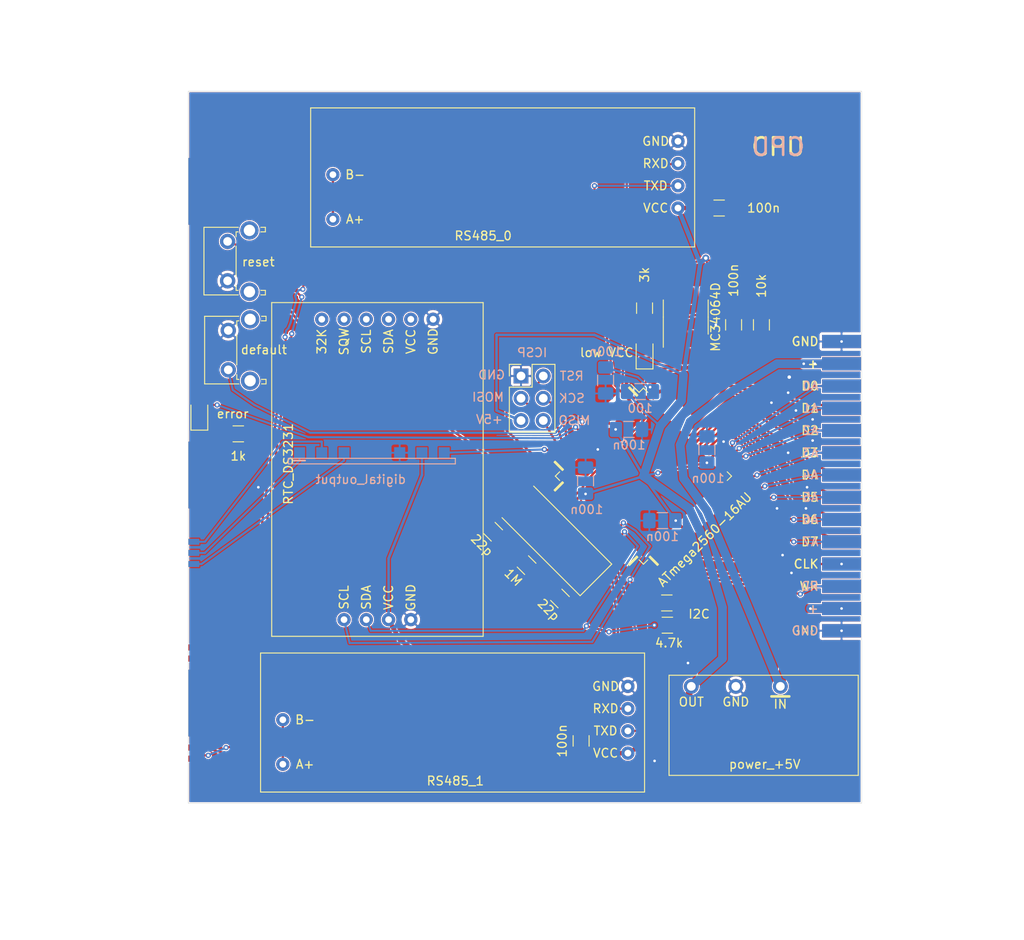
<source format=kicad_pcb>
(kicad_pcb (version 20171130) (host pcbnew 5.1.5+dfsg1-2build2)
  (title_block (title "CPU board"))
  (layers (0 F.Cu signal) (31 B.Cu signal) (34 B.Paste user) (35 F.Paste user) (36 B.SilkS user) (37 F.SilkS user) (38 B.Mask user) (39 F.Mask user) (44 Edge.Cuts user))
  (net 0 "")
  (net 1 GND)
  (net 2 +5V)
  (net 3 WR)
  (net 4 RD)
  (net 5 CLK)
  (net 6 D7)
  (net 7 D6)
  (net 8 D5)
  (net 9 D4)
  (net 10 D3)
  (net 11 D2)
  (net 12 D1)
  (net 13 D0)
  (net 14 A2)
  (net 15 A7)
  (net 16 A6)
  (net 17 A5)
  (net 18 A4)
  (net 19 A3)
  (net 20 A1)
  (net 21 A0)
  (net 22 "Net-(U1-Pad98)")
  (net 23 "Net-(U1-Pad97)")
  (net 24 "Net-(U1-Pad96)")
  (net 25 "Net-(U1-Pad95)")
  (net 26 "Net-(U1-Pad94)")
  (net 27 "Net-(U1-Pad93)")
  (net 28 "Net-(U1-Pad92)")
  (net 29 "Net-(U1-Pad91)")
  (net 30 "Net-(U1-Pad90)")
  (net 31 "Net-(U1-Pad79)")
  (net 32 "Net-(U1-Pad70)")
  (net 33 "Net-(U1-Pad69)")
  (net 34 "Net-(U1-Pad68)")
  (net 35 "Net-(U1-Pad67)")
  (net 36 "Net-(U1-Pad66)")
  (net 37 "Net-(U1-Pad65)")
  (net 38 "Net-(U1-Pad64)")
  (net 39 "Net-(U1-Pad63)")
  (net 40 "Net-(U1-Pad60)")
  (net 41 "Net-(U1-Pad59)")
  (net 42 "Net-(U1-Pad58)")
  (net 43 "Net-(U1-Pad57)")
  (net 44 "Net-(U1-Pad56)")
  (net 45 "Net-(U1-Pad52)")
  (net 46 "Net-(U1-Pad51)")
  (net 47 "Net-(U1-Pad50)")
  (net 48 "Net-(U1-Pad49)")
  (net 49 "Net-(U1-Pad48)")
  (net 50 "Net-(U1-Pad47)")
  (net 51 TX1)
  (net 52 RX1)
  (net 53 "Net-(U1-Pad42)")
  (net 54 "Net-(U1-Pad41)")
  (net 55 "Net-(U1-Pad40)")
  (net 56 "Net-(U1-Pad39)")
  (net 57 "Net-(U1-Pad38)")
  (net 58 "Net-(U1-Pad37)")
  (net 59 "Net-(U1-Pad36)")
  (net 60 "Net-(U1-Pad35)")
  (net 61 XTAL1)
  (net 62 XTAL2)
  (net 63 RST)
  (net 64 "Net-(U1-Pad29)")
  (net 65 "Net-(U1-Pad28)")
  (net 66 "Net-(U1-Pad27)")
  (net 67 "Net-(U1-Pad26)")
  (net 68 "Net-(U1-Pad25)")
  (net 69 "Net-(U1-Pad24)")
  (net 70 MISO)
  (net 71 MOSI)
  (net 72 SCK)
  (net 73 "Net-(U1-Pad19)")
  (net 74 "Net-(U1-Pad18)")
  (net 75 "Net-(U1-Pad17)")
  (net 76 "Net-(U1-Pad14)")
  (net 77 "Net-(U1-Pad13)")
  (net 78 "Net-(U1-Pad12)")
  (net 79 "Net-(U1-Pad9)")
  (net 80 "Net-(U1-Pad8)")
  (net 81 "Net-(U1-Pad7)")
  (net 82 "Net-(U1-Pad6)")
  (net 83 "Net-(U1-Pad5)")
  (net 84 "Net-(U1-Pad4)")
  (net 85 TX0)
  (net 86 RX0)
  (net 87 "Net-(U1-Pad1)")
  (net 88 ERROR)
  (net 89 "Net-(D2-Pad2)")
  (net 90 DEFAULT)
  (net 91 "Net-(U4-Pad8)")
  (net 92 "Net-(U4-Pad7)")
  (net 93 "Net-(U4-Pad6)")
  (net 94 "Net-(U4-Pad5)")
  (net 95 "Net-(U4-Pad3)")
  (net 96 SDA)
  (net 97 SCL)
  (net 98 AVCC)
  (net 99 "Net-(D1-Pad1)")
  (net 100 READY)
  (net 101 "Net-(J14-Pad9)")
  (net 102 "Net-(J14-Pad8)")
  (net 103 "Net-(J14-Pad7)")
  (net 104 "Net-(J14-Pad6)")
  (net 105 "Net-(J14-Pad5)")
  (net 106 VMOUT)
  (net 107 READY_O)
  (net 108 VPOUT)
  (net 109 B0-)
  (net 110 A0+)
  (net 111 B1-)
  (net 112 A1+)
  (net 113 VP)
  (module plc88:bus_im (layer F.Cu) (at 106.299 90.805)
    (fp_text reference J1 hide)
    (fp_text value bus hide)
    (fp_text user WR (at -2.54 27.94) (layer F.SilkS) (effects (justify right)))
    (fp_text user RD (at -2.54 27.94) (layer B.SilkS) (effects (justify left mirror)))
    (fp_text user GND (at -2.54 0) (layer F.SilkS) (effects (justify right)))
    (fp_text user + (at -2.54 2.54) (layer F.SilkS) (effects (justify right)))
    (fp_text user GND (at -2.54 33.02) (layer B.SilkS) (effects (justify left mirror)))
    (fp_text user + (at -2.54 30.48) (layer B.SilkS) (effects (justify left mirror)))
    (fp_text user CLK (at -2.54 25.4) (layer F.SilkS) (effects (justify right)))
    (fp_text user A7 (at -2.54 22.86) (layer B.SilkS) (effects (justify left mirror)))
    (fp_text user A6 (at -2.54 20.32) (layer B.SilkS) (effects (justify left mirror)))
    (fp_text user A5 (at -2.54 17.78) (layer B.SilkS) (effects (justify left mirror)))
    (fp_text user A4 (at -2.54 15.24) (layer B.SilkS) (effects (justify left mirror)))
    (fp_text user A3 (at -2.54 12.7) (layer B.SilkS) (effects (justify left mirror)))
    (fp_text user A2 (at -2.54 10.16) (layer B.SilkS) (effects (justify left mirror)))
    (fp_text user A1 (at -2.54 7.62) (layer B.SilkS) (effects (justify left mirror)))
    (fp_text user A0 (at -2.54 5.08) (layer B.SilkS) (effects (justify left mirror)))
    (fp_text user D7 (at -2.54 22.86) (layer F.SilkS) (effects (justify right)))
    (fp_text user CLK (at -2.54 25.4) (layer F.SilkS) (effects (justify right)))
    (fp_text user + (at -2.54 30.48) (layer F.SilkS) (effects (justify right)))
    (fp_text user GND (at -2.54 33.02) (layer F.SilkS) (effects (justify right)))
    (fp_text user D6 (at -2.54 20.32) (layer F.SilkS) (effects (justify right)))
    (fp_text user D5 (at -2.54 17.78) (layer F.SilkS) (effects (justify right)))
    (fp_text user D4 (at -2.54 15.24) (layer F.SilkS) (effects (justify right)))
    (fp_text user D3 (at -2.54 12.7) (layer F.SilkS) (effects (justify right)))
    (fp_text user D2 (at -2.54 10.16) (layer F.SilkS) (effects (justify right)))
    (fp_text user D1 (at -2.54 7.62) (layer F.SilkS) (effects (justify right)))
    (fp_text user D0 (at -2.54 5.08) (layer F.SilkS) (effects (justify right)))
    (fp_text user + (at -2.54 2.54) (layer F.SilkS) (effects (justify right)))
    (fp_text user GND (at -2.54 0) (layer F.SilkS) (effects (justify right)))
    (fp_text user + (at -2.54 2.54) (layer F.SilkS) (effects (justify right)))
    (pad 24 smd rect (at 0 27.94) (size 4.445 1.524) (layers F.Cu F.Paste F.Mask) (net 3 WR))
    (pad 23 smd rect (at 0 27.94) (size 4.445 1.524) (layers B.Cu B.Paste B.Mask) (net 4 RD))
    (pad 28 smd rect (at 0 33.02) (size 4.445 1.524) (layers F.Cu F.Paste F.Mask) (net 1 GND))
    (pad 26 smd rect (at 0 30.48) (size 4.445 1.524) (layers F.Cu F.Paste F.Mask) (net 113 VP))
    (pad 22 smd rect (at 0 25.4) (size 4.445 1.524) (layers F.Cu F.Paste F.Mask) (net 5 CLK))
    (pad 20 smd rect (at 0 22.86) (size 4.445 1.524) (layers F.Cu F.Paste F.Mask) (net 6 D7))
    (pad 18 smd rect (at 0 20.32) (size 4.445 1.524) (layers F.Cu F.Paste F.Mask) (net 7 D6))
    (pad 16 smd rect (at 0 17.78) (size 4.445 1.524) (layers F.Cu F.Paste F.Mask) (net 8 D5))
    (pad 14 smd rect (at 0 15.24) (size 4.445 1.524) (layers F.Cu F.Paste F.Mask) (net 9 D4))
    (pad 12 smd rect (at 0 12.7) (size 4.445 1.524) (layers F.Cu F.Paste F.Mask) (net 10 D3))
    (pad 10 smd rect (at 0 10.16) (size 4.445 1.524) (layers F.Cu F.Paste F.Mask) (net 11 D2))
    (pad 8 smd rect (at 0 7.62) (size 4.445 1.524) (layers F.Cu F.Paste F.Mask) (net 12 D1))
    (pad 6 smd rect (at 0 5.08) (size 4.445 1.524) (layers F.Cu F.Paste F.Mask) (net 13 D0))
    (pad 4 smd rect (at 0 2.54) (size 4.445 1.524) (layers F.Cu F.Paste F.Mask) (net 113 VP))
    (pad 2 smd rect (at 0 0) (size 4.445 1.524) (layers F.Cu F.Paste F.Mask) (net 1 GND))
    (pad 9 smd rect (at 0 10.16) (size 4.445 1.524) (layers B.Cu B.Paste B.Mask) (net 14 A2))
    (pad 27 smd rect (at 0 33.02) (size 4.445 1.524) (layers B.Cu B.Paste B.Mask) (net 1 GND))
    (pad 25 smd rect (at 0 30.48) (size 4.445 1.524) (layers B.Cu B.Paste B.Mask) (net 113 VP))
    (pad 21 smd rect (at 0 25.4) (size 4.445 1.524) (layers B.Cu B.Paste B.Mask) (net 5 CLK))
    (pad 19 smd rect (at 0 22.86) (size 4.445 1.524) (layers B.Cu B.Paste B.Mask) (net 15 A7))
    (pad 17 smd rect (at 0 20.32) (size 4.445 1.524) (layers B.Cu B.Paste B.Mask) (net 16 A6))
    (pad 15 smd rect (at 0 17.78) (size 4.445 1.524) (layers B.Cu B.Paste B.Mask) (net 17 A5))
    (pad 13 smd rect (at 0 15.24) (size 4.445 1.524) (layers B.Cu B.Paste B.Mask) (net 18 A4))
    (pad 11 smd rect (at 0 12.7) (size 4.445 1.524) (layers B.Cu B.Paste B.Mask) (net 19 A3))
    (pad 7 smd rect (at 0 7.62) (size 4.445 1.524) (layers B.Cu B.Paste B.Mask) (net 20 A1))
    (pad 5 smd rect (at 0 5.08) (size 4.445 1.524) (layers B.Cu B.Paste B.Mask) (net 21 A0))
    (pad 3 smd rect (at 0 2.54) (size 4.445 1.524) (layers B.Cu B.Paste B.Mask) (net 113 VP))
    (pad 1 smd rect (at 0 0) (size 4.445 1.524) (layers B.Cu B.Paste B.Mask) (net 1 GND))
  )
  (module plc88:power_i (layer F.Cu) (at 105.664 140.335 180)
    (fp_text reference J5)
    (fp_text value power_+5V (at 8.128 1.27) (layer F.SilkS))
    (fp_text user IN (at 6.35 8.128) (layer F.SilkS))
    (fp_text user GND (at 11.43 8.382) (layer F.SilkS))
    (fp_text user OUT (at 16.51 8.382) (layer F.SilkS))
    (pad 3 thru_hole circle (at 11.43 10.16 180) (size 1.7 1.7) (drill 1) (layers *.Cu *.Mask) (net 1 GND))
    (pad 2 thru_hole circle (at 16.51 10.16 180) (size 1.7 1.7) (drill 1) (layers *.Cu *.Mask) (net 2 +5V))
    (pad 1 thru_hole circle (at 6.35 10.16 180) (size 1.7 1.7) (drill 1) (layers *.Cu *.Mask) (net 113 VP))
  )
  (module plc88:dio_channel_i (layer B.Cu) (at 51.435 106.045)
    (fp_text reference J4 hide)
    (fp_text value digital_output (at 0 0.5) (layer B.SilkS) (effects (justify mirror)))
    (pad 4 smd rect (at 4.445 -2.54) (size 1.27 1.27) (layers B.Cu B.Paste B.Mask) (net 1 GND))
    (pad 6 smd rect (at 9.525 -2.54) (size 1.27 1.27) (layers B.Cu B.Paste B.Mask) (net 100 READY))
    (pad 5 smd rect (at 6.985 -2.54) (size 1.27 1.27) (layers B.Cu B.Paste B.Mask) (net 2 +5V))
    (pad 3 smd rect (at -1.905 -2.54) (size 1.27 1.27) (layers B.Cu B.Paste B.Mask) (net 106 VMOUT))
    (pad 2 smd rect (at -4.445 -2.54) (size 1.27 1.27) (layers B.Cu B.Paste B.Mask) (net 108 VPOUT))
    (pad 1 smd rect (at -6.985 -2.54) (size 1.27 1.27) (layers B.Cu B.Paste B.Mask) (net 107 READY_O))
  )
  (module plc88:fm_cpu_im (layer F.Cu) (at 34.925 74.295)
    (fp_text reference J3 hide)
    (fp_text value fm_cpu_i hide)
    (pad 3 smd rect (at -2.54 41.91) (size 1.27 0.7) (layers B.Cu B.Paste B.Mask) (net 106 VMOUT))
    (pad 1 smd rect (at -2.54 39.37) (size 1.27 0.7) (layers B.Cu B.Paste B.Mask) (net 108 VPOUT))
    (pad 6 smd rect (at -2.54 62.865) (size 1.27 0.7) (layers F.Cu F.Paste F.Mask) (net 112 A1+))
    (pad 7 smd rect (at -2.54 64.135) (size 1.27 0.7) (layers F.Cu F.Paste F.Mask) (net 111 B1-))
    (pad 8 smd rect (at -2.54 31.75) (size 1.27 7.62) (layers F.Cu F.Paste F.Mask) (net 1 GND))
    (pad 8 smd rect (at -2.54 57.785) (size 1.27 7.62) (layers F.Cu F.Paste F.Mask) (net 1 GND))
    (pad 8 smd rect (at -2.54 -0.635) (size 1.27 7.62) (layers F.Cu F.Paste F.Mask) (net 1 GND))
    (pad 8 smd rect (at -2.54 57.785) (size 1.27 7.62) (layers B.Cu B.Paste B.Mask) (net 1 GND))
    (pad 8 smd rect (at -2.54 31.75) (size 1.27 7.62) (layers B.Cu B.Paste B.Mask) (net 1 GND))
    (pad 8 smd rect (at -2.54 -0.635) (size 1.27 7.62) (layers B.Cu B.Paste B.Mask) (net 1 GND))
    (pad 5 smd rect (at -2.54 52.705) (size 1.27 0.7) (layers F.Cu F.Paste F.Mask) (net 109 B0-))
    (pad 2 smd rect (at -2.54 40.64) (size 1.27 0.7) (layers B.Cu B.Paste B.Mask) (net 107 READY_O))
    (pad 4 smd rect (at -2.54 51.435) (size 1.27 0.7) (layers F.Cu F.Paste F.Mask) (net 110 A0+))
  )
  (module plc88:rs485_i (layer F.Cu) (at 66.675 125.095)
    (fp_text reference J11 hide)
    (fp_text value RS485_1 (at -4.445 15.875) (layer F.SilkS))
    (fp_text user GND (at 12.7 5.08) (layer F.SilkS))
    (fp_text user RXD (at 12.7 7.62) (layer F.SilkS))
    (fp_text user TXD (at 12.7 10.16) (layer F.SilkS))
    (fp_text user VCC (at 12.7 12.7) (layer F.SilkS))
    (fp_text user A+ (at -21.59 13.97) (layer F.SilkS))
    (fp_text user B- (at -21.59 8.89) (layer F.SilkS))
    (pad 6 thru_hole circle (at -24.13 8.89) (size 1.524 1.524) (drill 0.762) (layers *.Cu *.Mask) (net 111 B1-))
    (pad 5 thru_hole circle (at -24.13 13.97) (size 1.524 1.524) (drill 0.762) (layers *.Cu *.Mask) (net 112 A1+))
    (pad 4 thru_hole circle (at 15.24 5.08) (size 1.524 1.524) (drill 0.762) (layers *.Cu *.Mask) (net 1 GND))
    (pad 3 thru_hole circle (at 15.24 7.62) (size 1.524 1.524) (drill 0.762) (layers *.Cu *.Mask) (net 52 RX1))
    (pad 2 thru_hole circle (at 15.24 10.16) (size 1.524 1.524) (drill 0.762) (layers *.Cu *.Mask) (net 51 TX1))
    (pad 1 thru_hole circle (at 15.24 12.7) (size 1.524 1.524) (drill 0.762) (layers *.Cu *.Mask) (net 2 +5V))
  )
  (module plc88:rs485_i (layer F.Cu) (at 72.39 62.865)
    (fp_text reference J10 hide)
    (fp_text value RS485_0 (at -6.985 15.875) (layer F.SilkS))
    (fp_text user GND (at 12.7 5.08) (layer F.SilkS))
    (fp_text user RXD (at 12.7 7.62) (layer F.SilkS))
    (fp_text user TXD (at 12.7 10.16) (layer F.SilkS))
    (fp_text user VCC (at 12.7 12.7) (layer F.SilkS))
    (fp_text user A+ (at -21.59 13.97) (layer F.SilkS))
    (fp_text user B- (at -21.59 8.89) (layer F.SilkS))
    (pad 6 thru_hole circle (at -24.13 8.89) (size 1.524 1.524) (drill 0.762) (layers *.Cu *.Mask) (net 109 B0-))
    (pad 5 thru_hole circle (at -24.13 13.97) (size 1.524 1.524) (drill 0.762) (layers *.Cu *.Mask) (net 110 A0+))
    (pad 4 thru_hole circle (at 15.24 5.08) (size 1.524 1.524) (drill 0.762) (layers *.Cu *.Mask) (net 1 GND))
    (pad 3 thru_hole circle (at 15.24 7.62) (size 1.524 1.524) (drill 0.762) (layers *.Cu *.Mask) (net 86 RX0))
    (pad 2 thru_hole circle (at 15.24 10.16) (size 1.524 1.524) (drill 0.762) (layers *.Cu *.Mask) (net 85 TX0))
    (pad 1 thru_hole circle (at 15.24 12.7) (size 1.524 1.524) (drill 0.762) (layers *.Cu *.Mask) (net 2 +5V))
  )
  (module plc88:rtc_ds3231_i (layer F.Cu) (at 41.91 95.885 90)
    (fp_text reference J14 hide)
    (fp_text value RTC_DS3231 (at -8.89 1.27 270) (layer F.SilkS))
    (fp_text user VCC (at 5.08 15.24 90) (layer F.SilkS))
    (fp_text user GND (at 5.08 17.78 90) (layer F.SilkS))
    (fp_text user SCL (at 5.08 10.16 90) (layer F.SilkS))
    (fp_text user SDA (at 5.08 12.7 90) (layer F.SilkS))
    (fp_text user SQW (at 5.08 7.62 90) (layer F.SilkS))
    (fp_text user 32K (at 5.08 5.08 90) (layer F.SilkS))
    (fp_text user GND (at -24.13 15.24 90) (layer F.SilkS))
    (fp_text user VCC (at -24.13 12.7 90) (layer F.SilkS))
    (fp_text user SDA (at -24.13 10.16 90) (layer F.SilkS))
    (fp_text user SCL (at -24.13 7.62 90) (layer F.SilkS))
    (pad 10 thru_hole circle (at 7.62 17.78 90) (size 1.524 1.524) (drill 0.762) (layers *.Cu *.Mask) (net 1 GND))
    (pad 9 thru_hole circle (at 7.62 15.24 90) (size 1.524 1.524) (drill 0.762) (layers *.Cu *.Mask) (net 101 "Net-(J14-Pad9)"))
    (pad 8 thru_hole circle (at 7.62 12.7 90) (size 1.524 1.524) (drill 0.762) (layers *.Cu *.Mask) (net 102 "Net-(J14-Pad8)"))
    (pad 7 thru_hole circle (at 7.62 10.16 90) (size 1.524 1.524) (drill 0.762) (layers *.Cu *.Mask) (net 103 "Net-(J14-Pad7)"))
    (pad 6 thru_hole circle (at 7.62 7.62 90) (size 1.524 1.524) (drill 0.762) (layers *.Cu *.Mask) (net 104 "Net-(J14-Pad6)"))
    (pad 5 thru_hole circle (at 7.62 5.08 90) (size 1.524 1.524) (drill 0.762) (layers *.Cu *.Mask) (net 105 "Net-(J14-Pad5)"))
    (pad 4 thru_hole circle (at -26.67 15.24 90) (size 1.524 1.524) (drill 0.762) (layers *.Cu *.Mask) (net 1 GND))
    (pad 3 thru_hole circle (at -26.67 12.7 90) (size 1.524 1.524) (drill 0.762) (layers *.Cu *.Mask) (net 2 +5V))
    (pad 2 thru_hole circle (at -26.67 10.16 90) (size 1.524 1.524) (drill 0.762) (layers *.Cu *.Mask) (net 96 SDA))
    (pad 1 thru_hole circle (at -26.67 7.62 90) (size 1.524 1.524) (drill 0.762) (layers *.Cu *.Mask) (net 97 SCL))
  )
  (module Package_QFP:TQFP-100_14x14mm_P0.5mm (layer F.Cu) (at 83.693 106.172 315)
    (fp_text reference U1 hide)
    (fp_text value ATmega2560-16AU (at 10.057887 0.179605 225) (layer F.SilkS))
    (pad 100 smd roundrect (at -6 -7.6625 315) (size 0.3 1.475) (layers F.Cu F.Paste F.Mask) (net 98 AVCC))
    (pad 99 smd roundrect (at -5.5 -7.6625 315) (size 0.3 1.475) (layers F.Cu F.Paste F.Mask) (net 1 GND))
    (pad 89 smd roundrect (at -0.5 -7.6625 315) (size 0.3 1.475) (layers F.Cu F.Paste F.Mask) (net 13 D0))
    (pad 88 smd roundrect (at 0 -7.6625 315) (size 0.3 1.475) (layers F.Cu F.Paste F.Mask) (net 12 D1))
    (pad 87 smd roundrect (at 0.5 -7.6625 315) (size 0.3 1.475) (layers F.Cu F.Paste F.Mask) (net 11 D2))
    (pad 86 smd roundrect (at 1 -7.6625 315) (size 0.3 1.475) (layers F.Cu F.Paste F.Mask) (net 10 D3))
    (pad 85 smd roundrect (at 1.5 -7.6625 315) (size 0.3 1.475) (layers F.Cu F.Paste F.Mask) (net 9 D4))
    (pad 84 smd roundrect (at 2 -7.6625 315) (size 0.3 1.475) (layers F.Cu F.Paste F.Mask) (net 8 D5))
    (pad 83 smd roundrect (at 2.5 -7.6625 315) (size 0.3 1.475) (layers F.Cu F.Paste F.Mask) (net 7 D6))
    (pad 82 smd roundrect (at 3 -7.6625 315) (size 0.3 1.475) (layers F.Cu F.Paste F.Mask) (net 6 D7))
    (pad 81 smd roundrect (at 3.5 -7.6625 315) (size 0.3 1.475) (layers F.Cu F.Paste F.Mask) (net 1 GND))
    (pad 80 smd roundrect (at 4 -7.6625 315) (size 0.3 1.475) (layers F.Cu F.Paste F.Mask) (net 2 +5V))
    (pad 78 smd roundrect (at 5 -7.6625 315) (size 0.3 1.475) (layers F.Cu F.Paste F.Mask) (net 21 A0))
    (pad 77 smd roundrect (at 5.5 -7.6625 315) (size 0.3 1.475) (layers F.Cu F.Paste F.Mask) (net 20 A1))
    (pad 76 smd roundrect (at 6 -7.6625 315) (size 0.3 1.475) (layers F.Cu F.Paste F.Mask) (net 14 A2))
    (pad 75 smd roundrect (at 7.6625 -6 315) (size 1.475 0.3) (layers F.Cu F.Paste F.Mask) (net 19 A3))
    (pad 74 smd roundrect (at 7.6625 -5.5 315) (size 1.475 0.3) (layers F.Cu F.Paste F.Mask) (net 18 A4))
    (pad 73 smd roundrect (at 7.6625 -5 315) (size 1.475 0.3) (layers F.Cu F.Paste F.Mask) (net 17 A5))
    (pad 72 smd roundrect (at 7.6625 -4.5 315) (size 1.475 0.3) (layers F.Cu F.Paste F.Mask) (net 16 A6))
    (pad 71 smd roundrect (at 7.6625 -4 315) (size 1.475 0.3) (layers F.Cu F.Paste F.Mask) (net 15 A7))
    (pad 62 smd roundrect (at 7.6625 0.5 315) (size 1.475 0.3) (layers F.Cu F.Paste F.Mask) (net 1 GND))
    (pad 61 smd roundrect (at 7.6625 1 315) (size 1.475 0.3) (layers F.Cu F.Paste F.Mask) (net 2 +5V))
    (pad 55 smd roundrect (at 7.6625 4 315) (size 1.475 0.3) (layers F.Cu F.Paste F.Mask) (net 5 CLK))
    (pad 54 smd roundrect (at 7.6625 4.5 315) (size 1.475 0.3) (layers F.Cu F.Paste F.Mask) (net 3 WR))
    (pad 53 smd roundrect (at 7.6625 5 315) (size 1.475 0.3) (layers F.Cu F.Paste F.Mask) (net 4 RD))
    (pad 51 smd roundrect (at 7.6625 6 315) (size 1.475 0.3) (layers F.SilkS) (net 46 "Net-(U1-Pad51)"))
    (pad 50 smd roundrect (at 6 7.6625 315) (size 0.3 1.475) (layers F.SilkS) (net 47 "Net-(U1-Pad50)"))
    (pad 46 smd roundrect (at 4 7.6625 315) (size 0.3 1.475) (layers F.Cu F.Paste F.Mask) (net 51 TX1))
    (pad 45 smd roundrect (at 3.5 7.6625 315) (size 0.3 1.475) (layers F.Cu F.Paste F.Mask) (net 52 RX1))
    (pad 44 smd roundrect (at 3 7.6625 315) (size 0.3 1.475) (layers F.Cu F.Paste F.Mask) (net 96 SDA))
    (pad 43 smd roundrect (at 2.5 7.6625 315) (size 0.3 1.475) (layers F.Cu F.Paste F.Mask) (net 97 SCL))
    (pad 34 smd roundrect (at -2 7.6625 315) (size 0.3 1.475) (layers F.Cu F.Paste F.Mask) (net 61 XTAL1))
    (pad 33 smd roundrect (at -2.5 7.6625 315) (size 0.3 1.475) (layers F.Cu F.Paste F.Mask) (net 62 XTAL2))
    (pad 32 smd roundrect (at -3 7.6625 315) (size 0.3 1.475) (layers F.Cu F.Paste F.Mask) (net 1 GND))
    (pad 31 smd roundrect (at -3.5 7.6625 315) (size 0.3 1.475) (layers F.Cu F.Paste F.Mask) (net 2 +5V))
    (pad 30 smd roundrect (at -4 7.6625 315) (size 0.3 1.475) (layers F.Cu F.Paste F.Mask) (net 63 RST))
    (pad 26 smd roundrect (at -6 7.6625 315) (size 0.3 1.475) (layers F.SilkS) (net 67 "Net-(U1-Pad26)"))
    (pad 25 smd roundrect (at -7.6625 6 315) (size 1.475 0.3) (layers F.SilkS) (net 68 "Net-(U1-Pad25)"))
    (pad 23 smd roundrect (at -7.6625 5 315) (size 1.475 0.3) (layers F.Cu F.Paste F.Mask) (net 100 READY))
    (pad 22 smd roundrect (at -7.6625 4.5 315) (size 1.475 0.3) (layers F.Cu F.Paste F.Mask) (net 70 MISO))
    (pad 21 smd roundrect (at -7.6625 4 315) (size 1.475 0.3) (layers F.Cu F.Paste F.Mask) (net 71 MOSI))
    (pad 20 smd roundrect (at -7.6625 3.5 315) (size 1.475 0.3) (layers F.Cu F.Paste F.Mask) (net 72 SCK))
    (pad 16 smd roundrect (at -7.6625 1.5 315) (size 1.475 0.3) (layers F.Cu F.Paste F.Mask) (net 88 ERROR))
    (pad 15 smd roundrect (at -7.6625 1 315) (size 1.475 0.3) (layers F.Cu F.Paste F.Mask) (net 90 DEFAULT))
    (pad 11 smd roundrect (at -7.6625 -1 315) (size 1.475 0.3) (layers F.Cu F.Paste F.Mask) (net 1 GND))
    (pad 10 smd roundrect (at -7.6625 -1.5 315) (size 1.475 0.3) (layers F.Cu F.Paste F.Mask) (net 2 +5V))
    (pad 3 smd roundrect (at -7.6625 -5 315) (size 1.475 0.3) (layers F.Cu F.Paste F.Mask) (net 85 TX0))
    (pad 2 smd roundrect (at -7.6625 -5.5 315) (size 1.475 0.3) (layers F.Cu F.Paste F.Mask) (net 86 RX0))
    (pad 1 smd roundrect (at -7.6625 -6 315) (size 1.475 0.3) (layers F.SilkS) (net 87 "Net-(U1-Pad1)"))
  )
  (module Resistor_SMD:R_1206_3216Metric_Pad1.42x1.75mm_HandSolder (layer F.Cu) (at 86.4235 123.19)
    (fp_text reference R7 hide)
    (fp_text value 4.7k hide)
    (pad 2 smd roundrect (at 1.4875 0) (size 1.425 1.75) (layers F.Cu F.Paste F.Mask) (roundrect_rratio 0.175439) (net 2 +5V))
    (pad 1 smd roundrect (at -1.4875 0) (size 1.425 1.75) (layers F.Cu F.Paste F.Mask) (roundrect_rratio 0.175439) (net 96 SDA))
  )
  (module Resistor_SMD:R_1206_3216Metric_Pad1.42x1.75mm_HandSolder (layer F.Cu) (at 86.36 120.65)
    (fp_text reference R6 hide)
    (fp_text value 4.7k (at 0.254 4.572) (layer F.SilkS))
    (pad 2 smd roundrect (at 1.4875 0) (size 1.425 1.75) (layers F.Cu F.Paste F.Mask) (roundrect_rratio 0.175439) (net 2 +5V))
    (pad 1 smd roundrect (at -1.4875 0) (size 1.425 1.75) (layers F.Cu F.Paste F.Mask) (roundrect_rratio 0.175439) (net 97 SCL))
  )
  (module Resistor_SMD:R_1206_3216Metric_Pad1.42x1.75mm_HandSolder (layer B.Cu) (at 83.312 96.52 180)
    (fp_text reference R5 hide)
    (fp_text value 100 (at 0 -1.905) (layer B.SilkS) (effects (justify mirror)))
    (pad 2 smd roundrect (at 1.4875 0 180) (size 1.425 1.75) (layers B.Cu B.Paste B.Mask) (roundrect_rratio 0.175439) (net 2 +5V))
    (pad 1 smd roundrect (at -1.4875 0 180) (size 1.425 1.75) (layers B.Cu B.Paste B.Mask) (roundrect_rratio 0.175439) (net 98 AVCC))
  )
  (module Capacitor_SMD:C_1206_3216Metric_Pad1.42x1.75mm_HandSolder (layer B.Cu) (at 79.375 95.25 90)
    (fp_text reference C10 hide)
    (fp_text value 100n (at 3.302 0 180) (layer B.SilkS) (effects (justify mirror)))
    (pad 2 smd roundrect (at 1.4875 0 90) (size 1.425 1.75) (layers B.Cu B.Paste B.Mask) (roundrect_rratio 0.175439) (net 98 AVCC))
    (pad 1 smd roundrect (at -1.4875 0 90) (size 1.425 1.75) (layers B.Cu B.Paste B.Mask) (roundrect_rratio 0.175439) (net 1 GND))
  )
  (module Package_SO:SOIC-8_3.9x4.9mm_P1.27mm (layer F.Cu) (at 88.519 88.011 90)
    (fp_text reference U4 hide)
    (fp_text value MC34064D (at 0 3.4 90) (layer F.SilkS))
    (pad 8 smd roundrect (at 2.475 -1.905 90) (size 1.95 0.6) (layers F.Cu F.Paste F.Mask) (net 91 "Net-(U4-Pad8)"))
    (pad 7 smd roundrect (at 2.475 -0.635 90) (size 1.95 0.6) (layers F.Cu F.Paste F.Mask) (net 92 "Net-(U4-Pad7)"))
    (pad 6 smd roundrect (at 2.475 0.635 90) (size 1.95 0.6) (layers F.Cu F.Paste F.Mask) (net 93 "Net-(U4-Pad6)"))
    (pad 5 smd roundrect (at 2.475 1.905 90) (size 1.95 0.6) (layers F.Cu F.Paste F.Mask) (net 94 "Net-(U4-Pad5)"))
    (pad 4 smd roundrect (at -2.475 1.905 90) (size 1.95 0.6) (layers F.Cu F.Paste F.Mask) (net 1 GND))
    (pad 3 smd roundrect (at -2.475 0.635 90) (size 1.95 0.6) (layers F.Cu F.Paste F.Mask) (net 95 "Net-(U4-Pad3)"))
    (pad 2 smd roundrect (at -2.475 -0.635 90) (size 1.95 0.6) (layers F.Cu F.Paste F.Mask) (net 2 +5V))
    (pad 1 smd roundrect (at -2.475 -1.905 90) (size 1.95 0.6) (layers F.Cu F.Paste F.Mask) (net 63 RST))
  )
  (module Button_Switch_THT:SW_Tactile_SPST_Angled_PTS645Vx83-2LFS (layer F.Cu) (at 36.245 83.875 90)
    (fp_text reference SW2 hide)
    (fp_text value reset (at 2.159 3.506 180) (layer F.SilkS))
    (pad "" thru_hole circle (at -1.25 2.49 90) (size 2.1 2.1) (drill 1.3) (layers *.Cu *.Mask))
    (pad 1 thru_hole circle (at 0 0 90) (size 1.75 1.75) (drill 0.99) (layers *.Cu *.Mask) (net 1 GND))
    (pad 2 thru_hole circle (at 4.5 0 90) (size 1.75 1.75) (drill 0.99) (layers *.Cu *.Mask) (net 63 RST))
    (pad "" thru_hole circle (at 5.76 2.49 90) (size 2.1 2.1) (drill 1.3) (layers *.Cu *.Mask))
  )
  (module Button_Switch_THT:SW_Tactile_SPST_Angled_PTS645Vx83-2LFS (layer F.Cu) (at 36.322 94.035 90)
    (fp_text reference SW1 hide)
    (fp_text value default (at 2.286 4.064 180) (layer F.SilkS))
    (pad "" thru_hole circle (at -1.25 2.49 90) (size 2.1 2.1) (drill 1.3) (layers *.Cu *.Mask))
    (pad 1 thru_hole circle (at 0 0 90) (size 1.75 1.75) (drill 0.99) (layers *.Cu *.Mask) (net 90 DEFAULT))
    (pad 2 thru_hole circle (at 4.5 0 90) (size 1.75 1.75) (drill 0.99) (layers *.Cu *.Mask) (net 1 GND))
    (pad "" thru_hole circle (at 5.76 2.49 90) (size 2.1 2.1) (drill 1.3) (layers *.Cu *.Mask))
  )
  (module Resistor_SMD:R_1206_3216Metric_Pad1.42x1.75mm_HandSolder (layer F.Cu) (at 97.155 88.9 270)
    (fp_text reference R4 hide)
    (fp_text value 10k (at -4.445 0 90) (layer F.SilkS))
    (pad 2 smd roundrect (at 1.4875 0 270) (size 1.425 1.75) (layers F.Cu F.Paste F.Mask) (roundrect_rratio 0.175439) (net 63 RST))
    (pad 1 smd roundrect (at -1.4875 0 270) (size 1.425 1.75) (layers F.Cu F.Paste F.Mask) (roundrect_rratio 0.175439) (net 2 +5V))
  )
  (module Resistor_SMD:R_1206_3216Metric_Pad1.42x1.75mm_HandSolder (layer F.Cu) (at 83.82 86.995 270)
    (fp_text reference R3 hide)
    (fp_text value 3k (at -3.81 0 90) (layer F.SilkS))
    (pad 2 smd roundrect (at 1.4875 0 270) (size 1.425 1.75) (layers F.Cu F.Paste F.Mask) (roundrect_rratio 0.175439) (net 89 "Net-(D2-Pad2)"))
    (pad 1 smd roundrect (at -1.4875 0 270) (size 1.425 1.75) (layers F.Cu F.Paste F.Mask) (roundrect_rratio 0.175439) (net 2 +5V))
  )
  (module Resistor_SMD:R_1206_3216Metric_Pad1.42x1.75mm_HandSolder (layer F.Cu) (at 37.465 101.346 180)
    (fp_text reference R2 hide)
    (fp_text value 1k (at 0 -2.54) (layer F.SilkS))
    (pad 2 smd roundrect (at 1.4875 0 180) (size 1.425 1.75) (layers F.Cu F.Paste F.Mask) (roundrect_rratio 0.175439) (net 99 "Net-(D1-Pad1)"))
    (pad 1 smd roundrect (at -1.4875 0 180) (size 1.425 1.75) (layers F.Cu F.Paste F.Mask) (roundrect_rratio 0.175439) (net 1 GND))
  )
  (module LED_SMD:LED_0805_2012Metric_Pad1.15x1.40mm_HandSolder (layer F.Cu) (at 83.82 92.075 90)
    (fp_text reference D2 hide)
    (fp_text value "low VCC" (at 0 -4.318 180) (layer F.SilkS))
    (pad 2 smd roundrect (at 1.025 0 90) (size 1.15 1.4) (layers F.Cu F.Paste F.Mask) (roundrect_rratio 0.217391) (net 89 "Net-(D2-Pad2)"))
    (pad 1 smd roundrect (at -1.025 0 90) (size 1.15 1.4) (layers F.Cu F.Paste F.Mask) (roundrect_rratio 0.217391) (net 63 RST))
  )
  (module LED_SMD:LED_0805_2012Metric_Pad1.15x1.40mm_HandSolder (layer F.Cu) (at 33.02 99.06 90)
    (fp_text reference D1 hide)
    (fp_text value error (at 0 3.81 180) (layer F.SilkS))
    (pad 2 smd roundrect (at 1.025 0 90) (size 1.15 1.4) (layers F.Cu F.Paste F.Mask) (roundrect_rratio 0.217391) (net 88 ERROR))
    (pad 1 smd roundrect (at -1.025 0 90) (size 1.15 1.4) (layers F.Cu F.Paste F.Mask) (roundrect_rratio 0.217391) (net 99 "Net-(D1-Pad1)"))
  )
  (module Capacitor_SMD:C_1206_3216Metric_Pad1.42x1.75mm_HandSolder (layer F.Cu) (at 93.98 88.9 270)
    (fp_text reference C9 hide)
    (fp_text value 100n (at -5.08 0 90) (layer F.SilkS))
    (pad 2 smd roundrect (at 1.4875 0 270) (size 1.425 1.75) (layers F.Cu F.Paste F.Mask) (roundrect_rratio 0.175439) (net 63 RST))
    (pad 1 smd roundrect (at -1.4875 0 270) (size 1.425 1.75) (layers F.Cu F.Paste F.Mask) (roundrect_rratio 0.175439) (net 1 GND))
  )
  (module Capacitor_SMD:C_1206_3216Metric_Pad1.42x1.75mm_HandSolder (layer F.Cu) (at 92.329 75.565)
    (fp_text reference C8 hide)
    (fp_text value 100n (at 5.08 0 180) (layer F.SilkS))
    (pad 2 smd roundrect (at 1.4875 0) (size 1.425 1.75) (layers F.Cu F.Paste F.Mask) (roundrect_rratio 0.175439) (net 1 GND))
    (pad 1 smd roundrect (at -1.4875 0) (size 1.425 1.75) (layers F.Cu F.Paste F.Mask) (roundrect_rratio 0.175439) (net 2 +5V))
  )
  (module Capacitor_SMD:C_1206_3216Metric_Pad1.42x1.75mm_HandSolder (layer F.Cu) (at 76.581 136.398 90)
    (fp_text reference C7 hide)
    (fp_text value 100n (at 0 -2.159 90) (layer F.SilkS))
    (pad 2 smd roundrect (at 1.4875 0 90) (size 1.425 1.75) (layers F.Cu F.Paste F.Mask) (roundrect_rratio 0.175439) (net 1 GND))
    (pad 1 smd roundrect (at -1.4875 0 90) (size 1.425 1.75) (layers F.Cu F.Paste F.Mask) (roundrect_rratio 0.175439) (net 2 +5V))
  )
  (module Crystal:Crystal_SMD_HC49-SD (layer F.Cu) (at 73.533 113.284 135)
    (fp_text reference Y1 hide)
    (fp_text value 16M hide)
    (pad 2 smd rect (at 4.25 0 135) (size 4.5 2) (layers F.Cu F.Paste F.Mask) (net 62 XTAL2))
    (pad 1 smd rect (at -4.25 0 135) (size 4.5 2) (layers F.Cu F.Paste F.Mask) (net 61 XTAL1))
  )
  (module Resistor_SMD:R_1206_3216Metric_Pad1.42x1.75mm_HandSolder (layer F.Cu) (at 70.358 116.332 135)
    (fp_text reference R1 hide)
    (fp_text value 1M (at 0.089803 -2.065459 135) (layer F.SilkS))
    (pad 2 smd roundrect (at 1.4875 0 135) (size 1.425 1.75) (layers F.Cu F.Paste F.Mask) (roundrect_rratio 0.175439) (net 62 XTAL2))
    (pad 1 smd roundrect (at -1.4875 0 135) (size 1.425 1.75) (layers F.Cu F.Paste F.Mask) (roundrect_rratio 0.175439) (net 61 XTAL1))
  )
  (module Capacitor_SMD:C_1206_3216Metric_Pad1.42x1.75mm_HandSolder (layer F.Cu) (at 66.548 112.522 135)
    (fp_text reference C6 hide)
    (fp_text value 22p (at -0.179605 -1.975656 135) (layer F.SilkS))
    (pad 2 smd roundrect (at 1.4875 0 135) (size 1.425 1.75) (layers F.Cu F.Paste F.Mask) (roundrect_rratio 0.175439) (net 1 GND))
    (pad 1 smd roundrect (at -1.4875 0 135) (size 1.425 1.75) (layers F.Cu F.Paste F.Mask) (roundrect_rratio 0.175439) (net 62 XTAL2))
  )
  (module Capacitor_SMD:C_1206_3216Metric_Pad1.42x1.75mm_HandSolder (layer F.Cu) (at 74.168 120.142 315)
    (fp_text reference C5 hide)
    (fp_text value 22p (at 0 1.82 135) (layer F.SilkS))
    (pad 2 smd roundrect (at 1.4875 0 315) (size 1.425 1.75) (layers F.Cu F.Paste F.Mask) (roundrect_rratio 0.175439) (net 1 GND))
    (pad 1 smd roundrect (at -1.4875 0 315) (size 1.425 1.75) (layers F.Cu F.Paste F.Mask) (roundrect_rratio 0.175439) (net 61 XTAL1))
  )
  (module Connector_PinHeader_2.54mm:PinHeader_2x03_P2.54mm_Vertical (layer F.Cu) (at 69.723 94.742)
    (fp_text reference J2 hide)
    (fp_text value ICSP (at 1.27 -2.667) (layer B.SilkS) (effects (justify mirror)))
    (pad 6 thru_hole oval (at 2.54 5.08) (size 1.7 1.7) (drill 1) (layers *.Cu *.Mask) (net 70 MISO))
    (pad 5 thru_hole oval (at 0 5.08) (size 1.7 1.7) (drill 1) (layers *.Cu *.Mask) (net 2 +5V))
    (pad 4 thru_hole oval (at 2.54 2.54) (size 1.7 1.7) (drill 1) (layers *.Cu *.Mask) (net 72 SCK))
    (pad 3 thru_hole oval (at 0 2.54) (size 1.7 1.7) (drill 1) (layers *.Cu *.Mask) (net 71 MOSI))
    (pad 2 thru_hole oval (at 2.54 0) (size 1.7 1.7) (drill 1) (layers *.Cu *.Mask) (net 63 RST))
    (pad 1 thru_hole rect (at 0 0) (size 1.7 1.7) (drill 1) (layers *.Cu *.Mask) (net 1 GND))
  )
  (module Capacitor_SMD:C_1206_3216Metric_Pad1.42x1.75mm_HandSolder (layer B.Cu) (at 85.852 111.252 180)
    (fp_text reference C4 hide)
    (fp_text value 100n (at 0 -1.82) (layer B.SilkS) (effects (justify mirror)))
    (pad 2 smd roundrect (at 1.4875 0 180) (size 1.425 1.75) (layers B.Cu B.Paste B.Mask) (roundrect_rratio 0.175439) (net 1 GND))
    (pad 1 smd roundrect (at -1.4875 0 180) (size 1.425 1.75) (layers B.Cu B.Paste B.Mask) (roundrect_rratio 0.175439) (net 2 +5V))
  )
  (module Capacitor_SMD:C_1206_3216Metric_Pad1.42x1.75mm_HandSolder (layer B.Cu) (at 90.932 103.124 90)
    (fp_text reference C3 hide)
    (fp_text value 100n (at -3.302 0.127 180) (layer B.SilkS) (effects (justify mirror)))
    (pad 2 smd roundrect (at 1.4875 0 90) (size 1.425 1.75) (layers B.Cu B.Paste B.Mask) (roundrect_rratio 0.175439) (net 1 GND))
    (pad 1 smd roundrect (at -1.4875 0 90) (size 1.425 1.75) (layers B.Cu B.Paste B.Mask) (roundrect_rratio 0.175439) (net 2 +5V))
  )
  (module Capacitor_SMD:C_1206_3216Metric_Pad1.42x1.75mm_HandSolder (layer B.Cu) (at 77.089 106.68 90)
    (fp_text reference C2 hide)
    (fp_text value 100n (at -3.302 0.127 180) (layer B.SilkS) (effects (justify mirror)))
    (pad 2 smd roundrect (at 1.4875 0 90) (size 1.425 1.75) (layers B.Cu B.Paste B.Mask) (roundrect_rratio 0.175439) (net 1 GND))
    (pad 1 smd roundrect (at -1.4875 0 90) (size 1.425 1.75) (layers B.Cu B.Paste B.Mask) (roundrect_rratio 0.175439) (net 2 +5V))
  )
  (module Capacitor_SMD:C_1206_3216Metric_Pad1.42x1.75mm_HandSolder (layer B.Cu) (at 82.042 100.838)
    (fp_text reference C1 hide)
    (fp_text value 100n (at 0 1.778) (layer B.SilkS) (effects (justify mirror)))
    (pad 2 smd roundrect (at 1.4875 0) (size 1.425 1.75) (layers B.Cu B.Paste B.Mask) (roundrect_rratio 0.175439) (net 1 GND))
    (pad 1 smd roundrect (at -1.4875 0) (size 1.425 1.75) (layers B.Cu B.Paste B.Mask) (roundrect_rratio 0.175439) (net 2 +5V))
  )
  (gr_text CPU (at 99.06 68.58) (layer B.SilkS) (effects (font (size 2 2) (thickness 0.3)) (justify mirror)))
  (gr_text CPU (at 99.06 68.58) (layer F.SilkS) (effects (font (size 2 2) (thickness 0.3))))
  (gr_text I2C (at 90.043 121.92) (layer F.SilkS) (effects (font (size 1 1))))
  (gr_text MISO (at 77.724 99.822) (layer B.SilkS) (effects (font (size 1 1)) (justify left mirror)))
  (gr_text SCK (at 77.089 97.282) (layer B.SilkS) (effects (font (size 1 1)) (justify left mirror)))
  (gr_text RST (at 76.962 94.742) (layer B.SilkS) (effects (font (size 1 1)) (justify left mirror)))
  (gr_text +5V (at 64.493381 99.695) (layer B.SilkS) (effects (font (size 1 1)) (justify right mirror)))
  (gr_text MOSI (at 64.048952 97.155) (layer B.SilkS) (effects (font (size 1 1)) (justify right mirror)))
  (gr_text GND (at 64.747381 94.615) (layer B.SilkS) (effects (font (size 1 1)) (justify right mirror)))
  (gr_line (start 108.585 143.51) (end 108.585 62.23) (layer Edge.Cuts) (width 0.05))
  (gr_line (start 31.75 143.51) (end 108.585 143.51) (layer Edge.Cuts) (width 0.05))
  (gr_line (start 31.75 62.23) (end 31.75 143.51) (layer Edge.Cuts) (width 0.05))
  (gr_line (start 108.585 62.23) (end 31.75 62.23) (layer Edge.Cuts) (width 0.05))
  (via (at 106.299 90.805) (size 0.6) (drill 0.3) (layers F.Cu B.Cu) (net 1))
  (via (at 106.299 123.825) (size 0.6) (drill 0.3) (layers F.Cu B.Cu) (net 1))
  (via (at 99.568 115.189) (size 0.6) (drill 0.3) (layers F.Cu B.Cu) (net 1))
  (via (at 100.203 96.647) (size 0.6) (drill 0.3) (layers F.Cu B.Cu) (net 1))
  (via (at 98.298 97.79) (size 0.6) (drill 0.3) (layers F.Cu B.Cu) (net 1))
  (via (at 100.203 103.505) (size 0.6) (drill 0.3) (layers F.Cu B.Cu) (net 1))
  (via (at 98.933 109.855) (size 0.6) (drill 0.3) (layers F.Cu B.Cu) (net 1))
  (via (at 102.997 102.108) (size 0.6) (drill 0.3) (layers F.Cu B.Cu) (net 1))
  (via (at 102.235 109.855) (size 0.6) (drill 0.3) (layers F.Cu B.Cu) (net 1))
  (via (at 102.362 107.442) (size 0.6) (drill 0.3) (layers F.Cu B.Cu) (net 1))
  (via (at 78.486 103.124) (size 0.6) (drill 0.3) (layers F.Cu B.Cu) (net 1))
  (via (at 101.092 98.679) (size 0.6) (drill 0.3) (layers F.Cu B.Cu) (net 1))
  (via (at 102.997 99.695) (size 0.6) (drill 0.3) (layers F.Cu B.Cu) (net 1))
  (segment (start 76.153474 109.468885) (end 75.184 110.49) (width 0.25) (layer F.Cu) (net 1))
  (segment (start 75.184 110.49) (end 74.676 110.363) (width 0.25) (layer F.Cu) (net 1))
  (segment (start 88.757652 111.943759) (end 89.789 113.03) (width 0.25) (layer F.Cu) (net 1))
  (segment (start 78.981901 100.046688) (end 77.851 98.933) (width 0.25) (layer F.Cu) (net 1))
  (segment (start 85.222118 96.864707) (end 86.233 95.885) (width 0.25) (layer F.Cu) (net 1))
  (segment (start 91.586079 103.228668) (end 92.456 102.362) (width 0.25) (layer F.Cu) (net 1))
  (segment (start 92.456 102.362) (end 92.837 102.235) (width 0.25) (layer F.Cu) (net 1))
  (segment (start 92.837 102.235) (end 92.837 102.235) (width 0.25) (layer F.Cu) (net 1))
  (via (at 92.837 102.235) (size 0.6) (drill 0.3) (layers F.Cu B.Cu) (net 1))
  (via (at 100.584 117.221) (size 0.6) (drill 0.3) (layers F.Cu B.Cu) (net 1))
  (via (at 100.33 94.869) (size 0.8) (drill 0.4) (layers F.Cu B.Cu) (net 1))
  (via (at 88.773 127.508) (size 0.6) (drill 0.3) (layers F.Cu B.Cu) (net 1))
  (via (at 91.948 88.9) (size 0.6) (drill 0.3) (layers F.Cu B.Cu) (net 1))
  (via (at 39.751 107.442) (size 0.6) (drill 0.3) (layers F.Cu B.Cu) (net 1))
  (via (at 84.963 138.684) (size 0.6) (drill 0.3) (layers F.Cu B.Cu) (net 1))
  (segment (start 83.693 106.172) (end 85.598 100.457) (width 1) (layer B.Cu) (net 2))
  (segment (start 88.404099 112.297312) (end 87.376 111.252) (width 0.25) (layer F.Cu) (net 2))
  (segment (start 87.376 111.252) (end 87.376 111.252) (width 0.25) (layer F.Cu) (net 2))
  (via (at 87.376 111.252) (size 0.6) (drill 0.3) (layers F.Cu B.Cu) (net 2))
  (segment (start 91.939633 103.582221) (end 90.932 104.648) (width 0.25) (layer F.Cu) (net 2))
  (segment (start 90.932 104.648) (end 90.932 104.648) (width 0.25) (layer F.Cu) (net 2))
  (segment (start 75.799921 109.115332) (end 76.581 108.331) (width 0.25) (layer F.Cu) (net 2))
  (segment (start 76.581 108.331) (end 77.089 108.204) (width 0.25) (layer F.Cu) (net 2))
  (segment (start 77.089 108.204) (end 77.089 108.204) (width 0.25) (layer F.Cu) (net 2))
  (via (at 77.089 108.204) (size 0.6) (drill 0.3) (layers F.Cu B.Cu) (net 2))
  (segment (start 79.335454 99.693134) (end 80.518 100.838) (width 0.25) (layer F.Cu) (net 2))
  (segment (start 80.518 100.838) (end 80.518 100.838) (width 0.25) (layer F.Cu) (net 2))
  (via (at 80.518 100.838) (size 0.6) (drill 0.3) (layers F.Cu B.Cu) (net 2))
  (segment (start 77.089 108.204) (end 83.693 106.172) (width 0.3) (layer B.Cu) (net 2))
  (segment (start 80.5545 100.838) (end 83.693 106.172) (width 0.3) (layer B.Cu) (net 2))
  (segment (start 83.693 106.172) (end 87.3395 111.252) (width 0.3) (layer B.Cu) (net 2))
  (segment (start 81.8245 96.52) (end 83.439 98.552) (width 0.25) (layer B.Cu) (net 2))
  (segment (start 83.439 98.552) (end 85.598 100.457) (width 0.25) (layer B.Cu) (net 2))
  (segment (start 54.61 122.555) (end 54.61 115.57) (width 0.3) (layer B.Cu) (net 2))
  (segment (start 54.61 115.57) (end 58.42 106.045) (width 0.3) (layer B.Cu) (net 2))
  (segment (start 58.42 106.045) (end 58.42 103.505) (width 0.3) (layer B.Cu) (net 2))
  (segment (start 81.915 137.795) (end 76.581 137.8855) (width 0.5) (layer F.Cu) (net 2))
  (segment (start 86.741 135.001) (end 81.915 137.795) (width 0.5) (layer F.Cu) (net 2))
  (segment (start 89.154 130.175) (end 86.741 135.001) (width 0.5) (layer F.Cu) (net 2))
  (segment (start 87.63 140.97) (end 89.154 130.175) (width 0.5) (layer F.Cu) (net 2))
  (segment (start 77.343 140.97) (end 87.63 140.97) (width 0.5) (layer F.Cu) (net 2))
  (segment (start 55.88 124.841) (end 77.343 140.97) (width 0.5) (layer F.Cu) (net 2))
  (segment (start 54.61 122.555) (end 55.88 124.841) (width 0.5) (layer F.Cu) (net 2))
  (segment (start 89.154 130.175) (end 90.17 127) (width 0.3) (layer F.Cu) (net 2))
  (segment (start 87.8475 120.65) (end 90.17 120.65) (width 0.25) (layer F.Cu) (net 2))
  (segment (start 87.911 123.19) (end 90.17 123.19) (width 0.25) (layer F.Cu) (net 2))
  (segment (start 90.17 123.19) (end 90.17 120.65) (width 0.3) (layer F.Cu) (net 2))
  (segment (start 90.17 127) (end 90.17 123.19) (width 0.3) (layer F.Cu) (net 2))
  (segment (start 90.17 81.915) (end 87.63 75.565) (width 0.5) (layer B.Cu) (net 2))
  (segment (start 90.17 81.915) (end 90.805 81.28) (width 0.5) (layer B.Cu) (net 2))
  (segment (start 90.805 81.28) (end 90.805 81.28) (width 0.5) (layer B.Cu) (net 2))
  (via (at 90.805 81.28) (size 0.8) (drill 0.4) (layers F.Cu B.Cu) (net 2))
  (segment (start 97.155 87.4125) (end 97.155 85.852) (width 0.25) (layer F.Cu) (net 2))
  (segment (start 97.155 85.852) (end 90.805 81.28) (width 0.25) (layer F.Cu) (net 2))
  (segment (start 83.82 85.5075) (end 83.82 83.947) (width 0.25) (layer F.Cu) (net 2))
  (segment (start 83.82 83.947) (end 90.805 81.28) (width 0.25) (layer F.Cu) (net 2))
  (segment (start 87.884 90.486) (end 87.884 88.265) (width 0.25) (layer F.Cu) (net 2))
  (segment (start 87.884 88.265) (end 91.567 87.249) (width 0.25) (layer F.Cu) (net 2))
  (segment (start 91.567 87.249) (end 91.567 84.074) (width 0.25) (layer F.Cu) (net 2))
  (segment (start 91.567 84.074) (end 90.805 81.28) (width 0.25) (layer F.Cu) (net 2))
  (segment (start 90.17 112.522) (end 88.9 109.855) (width 1) (layer B.Cu) (net 2))
  (segment (start 88.9 109.855) (end 83.693 106.172) (width 1) (layer B.Cu) (net 2))
  (segment (start 92.71 121.158) (end 90.17 112.522) (width 1) (layer B.Cu) (net 2))
  (segment (start 92.71 127) (end 92.71 121.158) (width 1) (layer B.Cu) (net 2))
  (segment (start 89.154 130.175) (end 92.71 127) (width 1) (layer B.Cu) (net 2))
  (segment (start 90.932 104.648) (end 90.932 104.648) (width 0.25) (layer F.Cu) (net 2))
  (via (at 90.932 104.648) (size 0.6) (drill 0.3) (layers F.Cu B.Cu) (net 2))
  (segment (start 83.693 106.172) (end 85.344 105.791) (width 0.25) (layer B.Cu) (net 2))
  (segment (start 85.344 105.791) (end 85.344 105.791) (width 0.25) (layer B.Cu) (net 2))
  (via (at 85.344 105.791) (size 0.6) (drill 0.3) (layers F.Cu B.Cu) (net 2))
  (segment (start 85.344 105.791) (end 90.932 104.648) (width 0.25) (layer F.Cu) (net 2))
  (segment (start 89.281 75.565) (end 90.8415 75.565) (width 0.5) (layer F.Cu) (net 2))
  (segment (start 87.63 75.565) (end 89.281 75.565) (width 0.5) (layer F.Cu) (net 2))
  (segment (start 88.028684 97.553684) (end 88.265 94.615) (width 1) (layer B.Cu) (net 2))
  (segment (start 85.598 100.457) (end 88.028684 97.553684) (width 1) (layer B.Cu) (net 2))
  (segment (start 88.265 94.615) (end 90.17 81.915) (width 0.5) (layer B.Cu) (net 2))
  (segment (start 78.105 90.043) (end 88.265 94.615) (width 0.3) (layer B.Cu) (net 2))
  (segment (start 66.929 90.043) (end 78.105 90.043) (width 0.3) (layer B.Cu) (net 2))
  (segment (start 66.929 98.679) (end 66.929 90.043) (width 0.3) (layer B.Cu) (net 2))
  (segment (start 69.723 99.822) (end 66.929 98.679) (width 0.3) (layer B.Cu) (net 2))
  (segment (start 106.299 118.745) (end 102.362 118.745) (width 0.25) (layer F.Cu) (net 3))
  (segment (start 102.362 118.745) (end 87.503 116.332) (width 0.25) (layer F.Cu) (net 3))
  (segment (start 87.503 116.332) (end 85.929225 114.772186) (width 0.25) (layer F.Cu) (net 3))
  (segment (start 106.299 118.745) (end 103.378 118.745) (width 0.25) (layer B.Cu) (net 4))
  (segment (start 103.378 118.745) (end 101.6 119.634) (width 0.25) (layer B.Cu) (net 4))
  (segment (start 101.6 119.634) (end 101.6 119.634) (width 0.25) (layer B.Cu) (net 4))
  (via (at 101.6 119.634) (size 0.6) (drill 0.3) (layers F.Cu B.Cu) (net 4))
  (segment (start 101.6 119.634) (end 87.757 117.221) (width 0.25) (layer F.Cu) (net 4))
  (segment (start 87.757 117.221) (end 85.575672 115.12574) (width 0.25) (layer F.Cu) (net 4))
  (via (at 106.299 116.205) (size 0.6) (drill 0.3) (layers F.Cu B.Cu) (net 5))
  (segment (start 86.282779 114.418633) (end 87.249 115.316) (width 0.25) (layer F.Cu) (net 5))
  (segment (start 87.249 115.316) (end 100.711 116.205) (width 0.25) (layer F.Cu) (net 5))
  (segment (start 100.711 116.205) (end 106.299 116.205) (width 0.25) (layer F.Cu) (net 5))
  (segment (start 103.505 112.522) (end 106.299 113.665) (width 0.25) (layer F.Cu) (net 6))
  (segment (start 93.853 100.711) (end 103.505 112.522) (width 0.25) (layer F.Cu) (net 6))
  (segment (start 92.583 101.6) (end 93.853 100.711) (width 0.25) (layer F.Cu) (net 6))
  (segment (start 91.232526 102.875115) (end 92.583 101.6) (width 0.25) (layer F.Cu) (net 6))
  (segment (start 103.759 110.236) (end 106.299 111.125) (width 0.25) (layer F.Cu) (net 7))
  (segment (start 93.98 99.949) (end 103.759 110.236) (width 0.25) (layer F.Cu) (net 7))
  (segment (start 92.583 100.838) (end 93.98 99.949) (width 0.25) (layer F.Cu) (net 7))
  (segment (start 90.878973 102.521561) (end 92.583 100.838) (width 0.25) (layer F.Cu) (net 7))
  (segment (start 93.98 99.06) (end 103.886 107.696) (width 0.25) (layer F.Cu) (net 8))
  (segment (start 92.583 100.076) (end 93.98 99.06) (width 0.25) (layer F.Cu) (net 8))
  (segment (start 103.886 107.696) (end 106.299 108.585) (width 0.25) (layer F.Cu) (net 8))
  (segment (start 90.525419 102.168008) (end 92.583 100.076) (width 0.25) (layer F.Cu) (net 8))
  (segment (start 93.98 98.298) (end 103.759 105.156) (width 0.25) (layer F.Cu) (net 9))
  (segment (start 92.583 99.441) (end 93.98 98.298) (width 0.25) (layer F.Cu) (net 9))
  (segment (start 103.759 105.156) (end 106.299 106.045) (width 0.25) (layer F.Cu) (net 9))
  (segment (start 90.171866 101.814454) (end 92.583 99.441) (width 0.25) (layer F.Cu) (net 9))
  (segment (start 103.632 103.505) (end 106.299 103.505) (width 0.25) (layer F.Cu) (net 10))
  (segment (start 93.98 97.663) (end 103.632 103.505) (width 0.25) (layer F.Cu) (net 10))
  (segment (start 92.456 98.806) (end 93.98 97.663) (width 0.25) (layer F.Cu) (net 10))
  (segment (start 89.818312 101.460901) (end 92.456 98.806) (width 0.25) (layer F.Cu) (net 10))
  (segment (start 103.759 100.965) (end 106.299 100.965) (width 0.25) (layer F.Cu) (net 11))
  (segment (start 93.853 97.028) (end 103.759 100.965) (width 0.25) (layer F.Cu) (net 11))
  (segment (start 92.329 98.298) (end 93.853 97.028) (width 0.25) (layer F.Cu) (net 11))
  (segment (start 89.464759 101.107348) (end 92.329 98.298) (width 0.25) (layer F.Cu) (net 11))
  (segment (start 93.599 96.393) (end 106.299 98.425) (width 0.25) (layer F.Cu) (net 12))
  (segment (start 92.075 97.79) (end 93.599 96.393) (width 0.25) (layer F.Cu) (net 12))
  (segment (start 89.111206 100.753794) (end 92.075 97.79) (width 0.25) (layer F.Cu) (net 12))
  (segment (start 93.345 95.885) (end 106.299 95.885) (width 0.25) (layer F.Cu) (net 13))
  (segment (start 91.948 97.282) (end 93.345 95.885) (width 0.25) (layer F.Cu) (net 13))
  (segment (start 88.757652 100.400241) (end 91.948 97.282) (width 0.25) (layer F.Cu) (net 13))
  (segment (start 94.488 104.013) (end 95.377 103.886) (width 0.25) (layer F.Cu) (net 14))
  (segment (start 93.353846 104.996435) (end 94.488 104.013) (width 0.25) (layer F.Cu) (net 14))
  (segment (start 95.377 103.886) (end 95.377 103.886) (width 0.25) (layer F.Cu) (net 14))
  (via (at 95.377 103.886) (size 0.6) (drill 0.3) (layers F.Cu B.Cu) (net 14))
  (segment (start 95.377 103.886) (end 103.124 100.965) (width 0.25) (layer B.Cu) (net 14))
  (segment (start 103.124 100.965) (end 106.299 100.965) (width 0.25) (layer B.Cu) (net 14))
  (segment (start 93.472 110.363) (end 100.838 113.665) (width 0.25) (layer F.Cu) (net 15))
  (segment (start 91.939633 108.761779) (end 93.472 110.363) (width 0.25) (layer F.Cu) (net 15))
  (segment (start 100.838 113.665) (end 100.838 113.665) (width 0.25) (layer F.Cu) (net 15))
  (via (at 100.838 113.665) (size 0.6) (drill 0.3) (layers F.Cu B.Cu) (net 15))
  (segment (start 100.838 113.665) (end 106.299 113.665) (width 0.25) (layer B.Cu) (net 15))
  (segment (start 93.726 109.855) (end 100.838 111.125) (width 0.25) (layer F.Cu) (net 16))
  (segment (start 92.293186 108.408225) (end 93.726 109.855) (width 0.25) (layer F.Cu) (net 16))
  (segment (start 100.838 111.125) (end 100.838 111.125) (width 0.25) (layer F.Cu) (net 16))
  (via (at 100.838 111.125) (size 0.6) (drill 0.3) (layers F.Cu B.Cu) (net 16))
  (segment (start 100.838 111.125) (end 106.299 111.125) (width 0.25) (layer B.Cu) (net 16))
  (segment (start 92.64674 108.054672) (end 93.98 109.347) (width 0.25) (layer F.Cu) (net 17))
  (segment (start 93.98 109.347) (end 98.552 108.585) (width 0.25) (layer F.Cu) (net 17))
  (segment (start 98.552 108.585) (end 98.552 108.585) (width 0.25) (layer F.Cu) (net 17))
  (via (at 98.552 108.585) (size 0.6) (drill 0.3) (layers F.Cu B.Cu) (net 17))
  (segment (start 98.552 108.585) (end 106.299 108.585) (width 0.25) (layer B.Cu) (net 17))
  (segment (start 94.107 108.839) (end 97.536 107.315) (width 0.25) (layer F.Cu) (net 18))
  (segment (start 93.000293 107.701118) (end 94.107 108.839) (width 0.25) (layer F.Cu) (net 18))
  (segment (start 97.536 107.315) (end 97.536 107.315) (width 0.25) (layer F.Cu) (net 18))
  (via (at 97.536 107.315) (size 0.6) (drill 0.3) (layers F.Cu B.Cu) (net 18))
  (segment (start 97.536 107.315) (end 103.632 106.045) (width 0.25) (layer B.Cu) (net 18))
  (segment (start 103.632 106.045) (end 106.299 106.045) (width 0.25) (layer B.Cu) (net 18))
  (segment (start 96.139 106.299) (end 96.139 106.299) (width 0.25) (layer F.Cu) (net 19))
  (segment (start 93.353846 107.347565) (end 96.647 106.045) (width 0.25) (layer F.Cu) (net 19))
  (via (at 96.647 106.045) (size 0.6) (drill 0.3) (layers F.Cu B.Cu) (net 19))
  (segment (start 96.647 106.045) (end 103.632 103.505) (width 0.25) (layer B.Cu) (net 19))
  (segment (start 103.632 103.505) (end 106.299 103.505) (width 0.25) (layer B.Cu) (net 19))
  (segment (start 93.000293 104.642882) (end 94.615 102.997) (width 0.25) (layer F.Cu) (net 20))
  (segment (start 94.615 102.997) (end 94.615 102.997) (width 0.25) (layer F.Cu) (net 20))
  (via (at 94.615 102.997) (size 0.6) (drill 0.3) (layers F.Cu B.Cu) (net 20))
  (segment (start 94.615 102.997) (end 103.505 98.425) (width 0.25) (layer B.Cu) (net 20))
  (segment (start 103.505 98.425) (end 106.299 98.425) (width 0.25) (layer B.Cu) (net 20))
  (segment (start 92.64674 104.289328) (end 93.726 103.251) (width 0.25) (layer F.Cu) (net 21))
  (segment (start 93.726 103.251) (end 93.853 102.362) (width 0.25) (layer F.Cu) (net 21))
  (segment (start 93.853 102.362) (end 93.853 102.362) (width 0.25) (layer F.Cu) (net 21))
  (via (at 93.853 102.362) (size 0.6) (drill 0.3) (layers F.Cu B.Cu) (net 21))
  (segment (start 93.853 102.362) (end 103.505 95.885) (width 0.25) (layer B.Cu) (net 21))
  (segment (start 103.505 95.885) (end 106.299 95.885) (width 0.25) (layer B.Cu) (net 21))
  (segment (start 83.185 135.255) (end 81.915 135.255) (width 0.25) (layer F.Cu) (net 51))
  (segment (start 85.344 134.239) (end 83.185 135.255) (width 0.25) (layer F.Cu) (net 51))
  (segment (start 85.344 129.413) (end 85.344 134.239) (width 0.25) (layer F.Cu) (net 51))
  (segment (start 83.058 124.587) (end 85.344 129.413) (width 0.25) (layer F.Cu) (net 51))
  (segment (start 80.264 115.316) (end 83.058 124.587) (width 0.25) (layer F.Cu) (net 51))
  (segment (start 81.103221 114.418633) (end 80.264 115.316) (width 0.25) (layer F.Cu) (net 51))
  (segment (start 80.645 132.715) (end 81.915 132.715) (width 0.25) (layer F.Cu) (net 52))
  (segment (start 78.74 131.953) (end 80.645 132.715) (width 0.25) (layer F.Cu) (net 52))
  (segment (start 78.74 129.413) (end 78.74 131.953) (width 0.25) (layer F.Cu) (net 52))
  (segment (start 80.772 124.46) (end 78.74 129.413) (width 0.25) (layer F.Cu) (net 52))
  (segment (start 80.01 116.967) (end 80.772 123.262868) (width 0.25) (layer F.Cu) (net 52))
  (segment (start 80.772 123.262868) (end 80.772 124.46) (width 0.25) (layer F.Cu) (net 52))
  (segment (start 79.502 115.316) (end 80.01 116.967) (width 0.25) (layer F.Cu) (net 52))
  (segment (start 80.749668 114.065079) (end 79.502 115.316) (width 0.25) (layer F.Cu) (net 52))
  (segment (start 76.538204 116.289204) (end 75.438 111.633) (width 0.25) (layer F.Cu) (net 61))
  (segment (start 75.438 111.633) (end 76.860581 110.175992) (width 0.25) (layer F.Cu) (net 61))
  (segment (start 71.409821 117.383821) (end 73.116179 119.090179) (width 0.25) (layer F.Cu) (net 61))
  (segment (start 73.116179 119.090179) (end 76.538204 116.289204) (width 0.25) (layer F.Cu) (net 61))
  (segment (start 70.527796 110.278796) (end 75.057 111.252) (width 0.25) (layer F.Cu) (net 62))
  (segment (start 75.057 111.252) (end 76.507027 109.822439) (width 0.25) (layer F.Cu) (net 62))
  (segment (start 67.599821 113.573821) (end 69.306179 115.280179) (width 0.25) (layer F.Cu) (net 62))
  (segment (start 67.599821 113.573821) (end 70.527796 110.278796) (width 0.25) (layer F.Cu) (net 62))
  (segment (start 75.446367 108.761779) (end 76.581 107.696) (width 0.25) (layer F.Cu) (net 63))
  (segment (start 72.263 94.742) (end 71.374 96.012) (width 0.25) (layer F.Cu) (net 63))
  (segment (start 71.374 96.012) (end 68.961 96.012) (width 0.25) (layer F.Cu) (net 63))
  (segment (start 68.961 96.012) (end 68.072 97.028) (width 0.25) (layer F.Cu) (net 63))
  (segment (start 68.072 97.028) (end 68.072 100.965) (width 0.25) (layer F.Cu) (net 63))
  (segment (start 68.072 100.965) (end 73.66 106.045) (width 0.25) (layer F.Cu) (net 63))
  (segment (start 73.66 106.045) (end 75.946 106.299) (width 0.25) (layer F.Cu) (net 63))
  (segment (start 75.946 106.299) (end 77.47 106.426) (width 0.25) (layer F.Cu) (net 63))
  (segment (start 76.581 107.696) (end 77.47 106.426) (width 0.25) (layer F.Cu) (net 63))
  (segment (start 68.58 105.537) (end 44.958 89.535) (width 0.25) (layer F.Cu) (net 63))
  (segment (start 73.66 106.045) (end 68.58 105.537) (width 0.25) (layer F.Cu) (net 63))
  (segment (start 44.958 89.535) (end 38.735 80.391) (width 0.25) (layer F.Cu) (net 63))
  (segment (start 38.735 80.391) (end 36.245 79.375) (width 0.25) (layer F.Cu) (net 63))
  (segment (start 85.471 94.361) (end 88.265 93.98) (width 0.25) (layer F.Cu) (net 63))
  (segment (start 83.693 95.631) (end 85.471 94.361) (width 0.25) (layer F.Cu) (net 63))
  (segment (start 83.693 97.79) (end 83.693 95.631) (width 0.25) (layer F.Cu) (net 63))
  (segment (start 83.82 99.695) (end 83.693 97.79) (width 0.25) (layer F.Cu) (net 63))
  (segment (start 77.47 106.426) (end 83.82 99.695) (width 0.25) (layer F.Cu) (net 63))
  (segment (start 83.82 93.1) (end 88.265 93.98) (width 0.25) (layer F.Cu) (net 63))
  (segment (start 92.71 91.44) (end 93.98 90.3875) (width 0.25) (layer F.Cu) (net 63))
  (segment (start 88.265 93.98) (end 92.71 91.44) (width 0.25) (layer F.Cu) (net 63))
  (segment (start 95.758 92.329) (end 88.265 93.98) (width 0.25) (layer F.Cu) (net 63))
  (segment (start 97.155 90.3875) (end 95.758 92.329) (width 0.25) (layer F.Cu) (net 63))
  (segment (start 86.614 91.948) (end 86.614 90.486) (width 0.25) (layer F.Cu) (net 63))
  (segment (start 88.265 93.98) (end 86.614 91.948) (width 0.25) (layer F.Cu) (net 63))
  (segment (start 75.092814 103.935775) (end 74.041 102.87) (width 0.25) (layer F.Cu) (net 70))
  (segment (start 74.041 102.87) (end 72.263 99.822) (width 0.25) (layer F.Cu) (net 70))
  (segment (start 75.446367 103.582221) (end 74.549 102.743) (width 0.25) (layer F.Cu) (net 71))
  (segment (start 74.549 102.743) (end 73.787 100.203) (width 0.25) (layer F.Cu) (net 71))
  (segment (start 73.787 100.203) (end 73.787 98.933) (width 0.25) (layer F.Cu) (net 71))
  (segment (start 73.787 98.933) (end 73.279 98.552) (width 0.25) (layer F.Cu) (net 71))
  (segment (start 73.279 98.552) (end 71.12 98.552) (width 0.25) (layer F.Cu) (net 71))
  (segment (start 71.12 98.552) (end 69.723 97.282) (width 0.25) (layer F.Cu) (net 71))
  (segment (start 74.549 98.679) (end 72.263 97.282) (width 0.25) (layer F.Cu) (net 72))
  (segment (start 74.549 100.33) (end 74.549 98.679) (width 0.25) (layer F.Cu) (net 72))
  (segment (start 74.803 100.711) (end 74.549 100.33) (width 0.25) (layer F.Cu) (net 72))
  (segment (start 74.93 102.362) (end 74.803 100.711) (width 0.25) (layer F.Cu) (net 72))
  (segment (start 75.799921 103.228668) (end 74.93 102.362) (width 0.25) (layer F.Cu) (net 72))
  (segment (start 80.391 95.758) (end 81.810328 97.21826) (width 0.25) (layer F.Cu) (net 85))
  (segment (start 78.105 81.661) (end 80.391 95.758) (width 0.25) (layer F.Cu) (net 85))
  (segment (start 78.105 73.025) (end 78.105 73.025) (width 0.25) (layer F.Cu) (net 85))
  (segment (start 78.105 73.025) (end 78.105 81.661) (width 0.25) (layer F.Cu) (net 85))
  (via (at 78.105 73.025) (size 0.6) (drill 0.3) (layers F.Cu B.Cu) (net 85))
  (segment (start 78.105 73.025) (end 87.63 73.025) (width 0.25) (layer B.Cu) (net 85))
  (segment (start 81.788 82.042) (end 81.788 70.993) (width 0.25) (layer F.Cu) (net 86))
  (segment (start 81.28 96.012) (end 81.788 82.042) (width 0.25) (layer F.Cu) (net 86))
  (segment (start 82.163882 96.864707) (end 81.28 96.012) (width 0.25) (layer F.Cu) (net 86))
  (segment (start 81.788 70.993) (end 87.63 70.485) (width 0.25) (layer F.Cu) (net 86))
  (segment (start 77.214134 101.814454) (end 75.946 100.584) (width 0.25) (layer F.Cu) (net 88))
  (segment (start 75.946 100.584) (end 75.946 100.584) (width 0.25) (layer F.Cu) (net 88))
  (via (at 75.946 100.584) (size 0.6) (drill 0.3) (layers F.Cu B.Cu) (net 88))
  (segment (start 33.02 98.035) (end 35.052 98.044) (width 0.25) (layer F.Cu) (net 88))
  (segment (start 35.052 98.044) (end 35.052 98.044) (width 0.25) (layer F.Cu) (net 88))
  (via (at 35.052 98.044) (size 0.6) (drill 0.3) (layers F.Cu B.Cu) (net 88))
  (segment (start 73.914 101.854) (end 75.946 100.584) (width 0.25) (layer B.Cu) (net 88))
  (segment (start 45.466 101.727) (end 73.914 101.854) (width 0.25) (layer B.Cu) (net 88))
  (segment (start 35.052 98.044) (end 45.466 101.727) (width 0.25) (layer B.Cu) (net 88))
  (segment (start 83.82 91.05) (end 83.82 88.4825) (width 0.25) (layer F.Cu) (net 89))
  (segment (start 77.567688 101.460901) (end 76.708 100.584) (width 0.25) (layer F.Cu) (net 90))
  (segment (start 76.708 100.584) (end 76.708 99.949) (width 0.25) (layer F.Cu) (net 90))
  (segment (start 76.708 99.949) (end 76.708 99.949) (width 0.25) (layer F.Cu) (net 90))
  (via (at 76.708 99.949) (size 0.6) (drill 0.3) (layers F.Cu B.Cu) (net 90))
  (segment (start 39.3065 98.044) (end 36.83 96.3295) (width 0.25) (layer B.Cu) (net 90))
  (segment (start 45.6565 101.219) (end 39.3065 98.044) (width 0.25) (layer B.Cu) (net 90))
  (segment (start 74.676 100.076) (end 73.66 101.219) (width 0.25) (layer B.Cu) (net 90))
  (segment (start 75.819 99.314) (end 74.676 100.076) (width 0.25) (layer B.Cu) (net 90))
  (segment (start 73.66 101.219) (end 45.6565 101.219) (width 0.25) (layer B.Cu) (net 90))
  (segment (start 76.708 99.949) (end 75.819 99.314) (width 0.25) (layer B.Cu) (net 90))
  (segment (start 36.322 94.035) (end 36.83 96.3295) (width 0.25) (layer B.Cu) (net 90))
  (segment (start 81.534 112.522) (end 81.534 112.522) (width 0.25) (layer B.Cu) (net 96))
  (via (at 81.534 112.522) (size 0.6) (drill 0.3) (layers F.Cu B.Cu) (net 96))
  (segment (start 80.396115 113.711526) (end 81.534 112.522) (width 0.25) (layer F.Cu) (net 96))
  (segment (start 83.058 114.173) (end 77.183488 123.284488) (width 0.25) (layer B.Cu) (net 96))
  (segment (start 81.534 112.522) (end 83.058 114.173) (width 0.25) (layer B.Cu) (net 96))
  (via (at 77.183488 123.284488) (size 0.6) (drill 0.3) (layers F.Cu B.Cu) (net 96))
  (segment (start 79.756 123.952) (end 79.756 123.952) (width 0.25) (layer F.Cu) (net 96))
  (via (at 84.936 123.19) (size 0.6) (drill 0.3) (layers F.Cu B.Cu) (net 96))
  (segment (start 79.756 123.952) (end 84.936 123.19) (width 0.25) (layer B.Cu) (net 96))
  (segment (start 77.183488 123.284488) (end 79.756 123.952) (width 0.25) (layer F.Cu) (net 96))
  (via (at 79.756 123.952) (size 0.6) (drill 0.3) (layers F.Cu B.Cu) (net 96))
  (segment (start 52.578 123.825) (end 52.07 122.555) (width 0.25) (layer B.Cu) (net 96))
  (segment (start 76.835 123.825) (end 52.578 123.825) (width 0.25) (layer B.Cu) (net 96))
  (segment (start 77.183488 123.284488) (end 76.835 123.825) (width 0.25) (layer B.Cu) (net 96))
  (segment (start 80.042561 113.357973) (end 80.899 112.522) (width 0.25) (layer F.Cu) (net 97))
  (segment (start 80.899 112.522) (end 80.772 112.141) (width 0.25) (layer F.Cu) (net 97))
  (segment (start 80.772 112.141) (end 81.407 111.506) (width 0.25) (layer F.Cu) (net 97))
  (segment (start 81.407 111.506) (end 81.407 111.506) (width 0.25) (layer F.Cu) (net 97))
  (segment (start 81.407 111.506) (end 81.407 111.506) (width 0.25) (layer F.Cu) (net 97))
  (via (at 81.407 111.506) (size 0.6) (drill 0.3) (layers F.Cu B.Cu) (net 97))
  (segment (start 84.8725 120.65) (end 83.439 120.396) (width 0.25) (layer F.Cu) (net 97))
  (segment (start 83.439 120.396) (end 82.169 117.983) (width 0.25) (layer F.Cu) (net 97))
  (segment (start 82.169 117.983) (end 82.169 117.983) (width 0.25) (layer F.Cu) (net 97))
  (via (at 82.169 117.983) (size 0.6) (drill 0.3) (layers F.Cu B.Cu) (net 97))
  (segment (start 50.165 125.222) (end 49.53 122.555) (width 0.25) (layer B.Cu) (net 97))
  (segment (start 77.851 125.095) (end 50.165 125.222) (width 0.25) (layer B.Cu) (net 97))
  (segment (start 84.455 114.173) (end 77.851 125.095) (width 0.25) (layer B.Cu) (net 97))
  (segment (start 82.804 112.395) (end 84.455 114.173) (width 0.25) (layer B.Cu) (net 97))
  (segment (start 81.407 111.506) (end 82.804 112.395) (width 0.25) (layer B.Cu) (net 97))
  (via (at 84.455 96.012) (size 0.6) (drill 0.3) (layers F.Cu B.Cu) (net 98))
  (segment (start 84.455 96.012) (end 84.868565 96.511154) (width 0.25) (layer F.Cu) (net 98))
  (segment (start 84.7995 96.52) (end 83.058 94.869) (width 0.25) (layer B.Cu) (net 98))
  (segment (start 83.058 94.869) (end 79.375 93.7625) (width 0.25) (layer B.Cu) (net 98))
  (segment (start 33.02 100.085) (end 34.925 101.346) (width 0.25) (layer F.Cu) (net 99))
  (segment (start 34.925 101.346) (end 35.9775 101.346) (width 0.25) (layer F.Cu) (net 99))
  (segment (start 74.73926 104.289328) (end 73.787 103.378) (width 0.25) (layer F.Cu) (net 100))
  (segment (start 73.787 103.378) (end 72.39 103.124) (width 0.25) (layer F.Cu) (net 100))
  (segment (start 72.39 103.124) (end 72.39 103.124) (width 0.25) (layer F.Cu) (net 100))
  (via (at 72.39 103.124) (size 0.6) (drill 0.3) (layers F.Cu B.Cu) (net 100))
  (segment (start 72.39 103.124) (end 60.96 103.505) (width 0.25) (layer B.Cu) (net 100))
  (segment (start 49.53 104.394) (end 49.53 103.505) (width 0.25) (layer B.Cu) (net 106))
  (segment (start 33.274 116.205) (end 49.53 104.394) (width 0.25) (layer B.Cu) (net 106))
  (segment (start 32.385 116.205) (end 33.274 116.205) (width 0.25) (layer B.Cu) (net 106))
  (segment (start 44.45 104.394) (end 44.45 103.505) (width 0.25) (layer B.Cu) (net 107))
  (segment (start 33.655 114.935) (end 44.45 104.394) (width 0.25) (layer B.Cu) (net 107))
  (segment (start 32.385 114.935) (end 33.655 114.935) (width 0.25) (layer B.Cu) (net 107))
  (segment (start 46.99 102.235) (end 46.99 103.505) (width 0.25) (layer B.Cu) (net 108))
  (segment (start 42.545 102.235) (end 46.99 102.235) (width 0.25) (layer B.Cu) (net 108))
  (segment (start 33.655 113.665) (end 42.545 102.235) (width 0.25) (layer B.Cu) (net 108))
  (segment (start 32.385 113.665) (end 33.655 113.665) (width 0.25) (layer B.Cu) (net 108))
  (via (at 44.704 85.725) (size 0.6) (drill 0.3) (layers F.Cu B.Cu) (net 109))
  (segment (start 48.26 74.168) (end 48.26 71.755) (width 0.25) (layer F.Cu) (net 109))
  (segment (start 45.799987 76.294518) (end 46.609 74.168) (width 0.25) (layer F.Cu) (net 109))
  (segment (start 44.831 81.407) (end 45.799987 76.294518) (width 0.25) (layer F.Cu) (net 109))
  (segment (start 44.45 83.312) (end 44.831 81.407) (width 0.25) (layer F.Cu) (net 109))
  (segment (start 44.196 84.455) (end 44.45 83.312) (width 0.25) (layer F.Cu) (net 109))
  (segment (start 46.609 74.168) (end 48.26 74.168) (width 0.25) (layer F.Cu) (net 109))
  (segment (start 44.069 85.09) (end 44.196 84.455) (width 0.25) (layer F.Cu) (net 109))
  (segment (start 44.704 85.725) (end 44.069 85.09) (width 0.25) (layer F.Cu) (net 109))
  (segment (start 44.704 85.725) (end 43.561 89.916) (width 0.25) (layer B.Cu) (net 109))
  (via (at 43.561 89.916) (size 0.6) (drill 0.3) (layers F.Cu B.Cu) (net 109))
  (segment (start 33.528 126.746) (end 32.385 127) (width 0.25) (layer F.Cu) (net 109))
  (segment (start 38.735 126.746) (end 33.528 126.746) (width 0.25) (layer F.Cu) (net 109))
  (segment (start 43.561 89.916) (end 38.735 126.746) (width 0.25) (layer F.Cu) (net 109))
  (segment (start 48.26 74.676) (end 48.26 76.835) (width 0.25) (layer F.Cu) (net 110))
  (segment (start 46.99 74.676) (end 48.26 74.676) (width 0.25) (layer F.Cu) (net 110))
  (segment (start 46.228 76.454) (end 46.99 74.676) (width 0.25) (layer F.Cu) (net 110))
  (segment (start 44.831 84.836) (end 46.228 76.454) (width 0.25) (layer F.Cu) (net 110))
  (via (at 44.831 84.836) (size 0.6) (drill 0.3) (layers F.Cu B.Cu) (net 110))
  (segment (start 33.528 126.238) (end 32.385 125.73) (width 0.25) (layer F.Cu) (net 110))
  (segment (start 38.227 126.238) (end 33.528 126.238) (width 0.25) (layer F.Cu) (net 110))
  (segment (start 42.926 90.932) (end 38.227 126.238) (width 0.25) (layer F.Cu) (net 110))
  (segment (start 42.799 90.297) (end 42.926 90.932) (width 0.25) (layer F.Cu) (net 110))
  (via (at 42.799 90.297) (size 0.6) (drill 0.3) (layers F.Cu B.Cu) (net 110))
  (segment (start 44.323 84.963) (end 44.831 84.836) (width 0.25) (layer B.Cu) (net 110))
  (segment (start 43.942 85.598) (end 44.323 84.963) (width 0.25) (layer B.Cu) (net 110))
  (segment (start 44.069 86.106) (end 43.942 85.598) (width 0.25) (layer B.Cu) (net 110))
  (segment (start 43.434 88.646) (end 44.069 86.106) (width 0.25) (layer B.Cu) (net 110))
  (segment (start 43.18 89.281) (end 43.434 88.646) (width 0.25) (layer B.Cu) (net 110))
  (segment (start 42.926 89.535) (end 43.18 89.281) (width 0.25) (layer B.Cu) (net 110))
  (segment (start 42.799 90.297) (end 42.926 89.535) (width 0.25) (layer B.Cu) (net 110))
  (segment (start 36.068 137.16) (end 36.068 137.16) (width 0.25) (layer B.Cu) (net 111))
  (via (at 36.068 137.16) (size 0.6) (drill 0.3) (layers F.Cu B.Cu) (net 111))
  (segment (start 36.068 137.16) (end 42.164 136.271) (width 0.25) (layer F.Cu) (net 111))
  (segment (start 42.164 136.271) (end 42.545 136.271) (width 0.25) (layer F.Cu) (net 111))
  (segment (start 42.545 136.271) (end 42.545 133.985) (width 0.25) (layer F.Cu) (net 111))
  (segment (start 33.147 138.049) (end 32.385 138.43) (width 0.25) (layer F.Cu) (net 111))
  (segment (start 34.036 138.049) (end 33.147 138.049) (width 0.25) (layer F.Cu) (net 111))
  (segment (start 34.036 138.049) (end 36.068 137.16) (width 0.25) (layer B.Cu) (net 111))
  (via (at 34.036 138.049) (size 0.6) (drill 0.3) (layers F.Cu B.Cu) (net 111))
  (segment (start 42.545 136.72101) (end 42.545 139.065) (width 0.25) (layer F.Cu) (net 112))
  (segment (start 42.068314 136.739724) (end 42.545 136.72101) (width 0.25) (layer F.Cu) (net 112))
  (segment (start 36.354254 137.795) (end 36.718446 137.519912) (width 0.25) (layer F.Cu) (net 112))
  (segment (start 35.941 137.795) (end 36.354254 137.795) (width 0.25) (layer F.Cu) (net 112))
  (segment (start 34.036 137.287) (end 35.941 137.795) (width 0.25) (layer F.Cu) (net 112))
  (segment (start 36.718446 137.519912) (end 42.068314 136.739724) (width 0.25) (layer F.Cu) (net 112))
  (segment (start 33.328428 137.541) (end 34.036 137.287) (width 0.25) (layer F.Cu) (net 112))
  (segment (start 32.385 137.16) (end 33.328428 137.541) (width 0.25) (layer F.Cu) (net 112))
  (via (at 106.299 121.285) (size 0.6) (drill 0.3) (layers F.Cu B.Cu) (net 113))
  (segment (start 106.299 121.285) (end 100.965 121.285) (width 1) (layer F.Cu) (net 113))
  (segment (start 106.299 121.285) (end 102.743 121.285) (width 1) (layer B.Cu) (net 113))
  (via (at 102.743 121.285) (size 0.6) (drill 0.3) (layers F.Cu B.Cu) (net 113))
  (segment (start 103.251 93.345) (end 106.299 93.345) (width 1) (layer B.Cu) (net 113))
  (via (at 103.251 93.345) (size 0.6) (drill 0.3) (layers F.Cu B.Cu) (net 113))
  (segment (start 101.981 93.345) (end 103.251 93.345) (width 1) (layer B.Cu) (net 113))
  (via (at 101.981 93.345) (size 0.6) (drill 0.3) (layers F.Cu B.Cu) (net 113))
  (segment (start 99.314 130.175) (end 100.965 121.285) (width 1) (layer F.Cu) (net 113))
  (segment (start 106.299 93.345) (end 101.981 93.345) (width 1) (layer F.Cu) (net 113))
  (segment (start 92.329 97.409) (end 98.933 93.345) (width 1) (layer B.Cu) (net 113))
  (segment (start 89.027 99.949) (end 92.329 97.409) (width 1) (layer B.Cu) (net 113))
  (segment (start 87.884 102.616) (end 89.027 99.949) (width 1) (layer B.Cu) (net 113))
  (segment (start 88.265 106.426) (end 87.884 102.616) (width 1) (layer B.Cu) (net 113))
  (segment (start 90.932 110.109) (end 88.265 106.426) (width 1) (layer B.Cu) (net 113))
  (segment (start 98.933 93.345) (end 101.981 93.345) (width 1) (layer B.Cu) (net 113))
  (segment (start 95.504 120.904) (end 90.932 110.109) (width 1) (layer B.Cu) (net 113))
  (segment (start 99.314 130.175) (end 95.504 120.904) (width 1) (layer B.Cu) (net 113))
  (zone (net 1) (net_name GND) (layer B.Cu) (connect_pads (clearance 0.1)) (min_thickness 0.1) (fill yes (arc_segments 32) (thermal_gap 0.3) (thermal_bridge_width 0.2))
    (polygon (pts (xy 120.396 151.003) (xy 21.971 148.844) (xy 27.94 57.023) (xy 111.76 56.134)))
  )
  (zone (net 1) (net_name GND) (layer F.Cu) (connect_pads (clearance 0.1)) (min_thickness 0.1) (fill yes (arc_segments 32) (thermal_gap 0.3) (thermal_bridge_width 0.2))
    (polygon (pts (xy 117.094 53.467) (xy 127.127 159.131) (xy 11.176 155.956) (xy 23.368 51.816)))
  )
  (zone (net 0) (net_name "") (layer F.Cu) (connect_pads (clearance 0.508)) (min_thickness 0.254)
    (keepout (tracks allowed) (vias not_allowed) (copperpour not_allowed))
    (fill (arc_segments 32) (thermal_gap 0.508) (thermal_bridge_width 0.508))
    (polygon (pts (xy 83.566 115.316) (xy 82.169 116.84) (xy 72.898 107.696) (xy 74.295 106.299)))
  )
  (zone (net 0) (net_name "") (layer F.Cu) (connect_pads (clearance 0.508)) (min_thickness 0.254)
    (keepout (tracks allowed) (vias not_allowed) (copperpour not_allowed))
    (fill (arc_segments 32) (thermal_gap 0.508) (thermal_bridge_width 0.508))
    (polygon (pts (xy 92.583 109.728) (xy 85.344 116.84) (xy 83.82 115.316) (xy 91.059 108.077)))
  )
  (zone (net 0) (net_name "") (layer F.Cu) (connect_pads (clearance 0.508)) (min_thickness 0.254)
    (keepout (tracks allowed) (vias not_allowed) (copperpour not_allowed))
    (fill (arc_segments 32) (thermal_gap 0.508) (thermal_bridge_width 0.508))
    (polygon (pts (xy 83.439 97.028) (xy 74.422 105.918) (xy 72.771 104.394) (xy 82.042 95.504)))
  )
  (zone (net 0) (net_name "") (layer F.Cu) (connect_pads (clearance 0.508)) (min_thickness 0.254)
    (keepout (tracks allowed) (vias allowed) (copperpour not_allowed))
    (fill (arc_segments 32) (thermal_gap 0.508) (thermal_bridge_width 0.508))
    (polygon (pts (xy 94.488 104.521) (xy 92.837 106.045) (xy 83.947 96.901) (xy 85.344 95.377)))
  )
)
</source>
